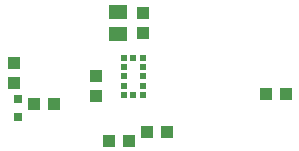
<source format=gbr>
G04 EAGLE Gerber RS-274X export*
G75*
%MOMM*%
%FSLAX34Y34*%
%LPD*%
%INSolderpaste Top*%
%IPPOS*%
%AMOC8*
5,1,8,0,0,1.08239X$1,22.5*%
G01*
%ADD10R,0.800000X0.800000*%
%ADD11R,1.000000X1.100000*%
%ADD12R,1.100000X1.000000*%
%ADD13R,0.500000X0.500000*%
%ADD14R,1.500000X1.300000*%


D10*
X249098Y327172D03*
X249098Y312172D03*
D11*
X458993Y331521D03*
X475993Y331521D03*
D12*
X245022Y340623D03*
X245022Y357623D03*
D13*
X354189Y362342D03*
X354189Y354342D03*
X354189Y346342D03*
X354189Y338342D03*
X354189Y330342D03*
X346189Y330342D03*
X338189Y330342D03*
X338189Y338342D03*
X338189Y346342D03*
X338189Y354342D03*
X338189Y362342D03*
X346189Y362342D03*
D11*
X354203Y383409D03*
X354203Y400409D03*
D14*
X333210Y382308D03*
X333210Y401308D03*
D11*
X357539Y299415D03*
X374539Y299415D03*
X279455Y323393D03*
X262455Y323393D03*
D12*
X314630Y346422D03*
X314630Y329422D03*
D11*
X343018Y291757D03*
X326018Y291757D03*
M02*

</source>
